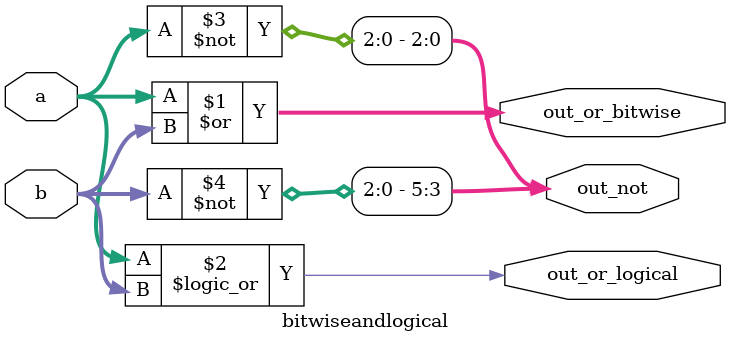
<source format=v>
module bitwiseandlogical( 
    input [2:0] a,
    input [2:0] b,
    output [2:0] out_or_bitwise,
    output out_or_logical,
    output [5:0] out_not
);
    assign out_or_bitwise= a|b;
    assign out_or_logical= a||b;
    assign out_not[2:0]= ~a;
    assign out_not[5:3]= ~b;

endmodule
</source>
